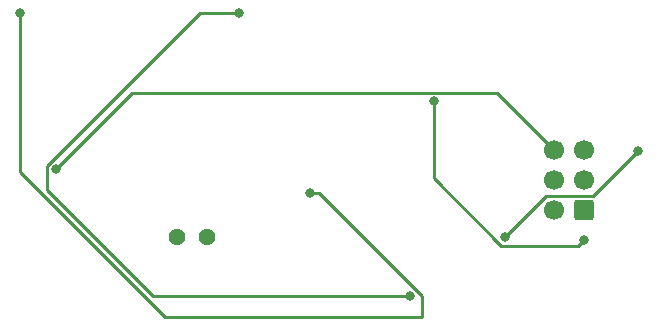
<source format=gbr>
%TF.GenerationSoftware,KiCad,Pcbnew,7.0.10*%
%TF.CreationDate,2024-11-01T14:14:09-04:00*%
%TF.ProjectId,pcb_v1,7063625f-7631-42e6-9b69-6361645f7063,rev?*%
%TF.SameCoordinates,Original*%
%TF.FileFunction,Copper,L4,Bot*%
%TF.FilePolarity,Positive*%
%FSLAX46Y46*%
G04 Gerber Fmt 4.6, Leading zero omitted, Abs format (unit mm)*
G04 Created by KiCad (PCBNEW 7.0.10) date 2024-11-01 14:14:09*
%MOMM*%
%LPD*%
G01*
G04 APERTURE LIST*
G04 Aperture macros list*
%AMRoundRect*
0 Rectangle with rounded corners*
0 $1 Rounding radius*
0 $2 $3 $4 $5 $6 $7 $8 $9 X,Y pos of 4 corners*
0 Add a 4 corners polygon primitive as box body*
4,1,4,$2,$3,$4,$5,$6,$7,$8,$9,$2,$3,0*
0 Add four circle primitives for the rounded corners*
1,1,$1+$1,$2,$3*
1,1,$1+$1,$4,$5*
1,1,$1+$1,$6,$7*
1,1,$1+$1,$8,$9*
0 Add four rect primitives between the rounded corners*
20,1,$1+$1,$2,$3,$4,$5,0*
20,1,$1+$1,$4,$5,$6,$7,0*
20,1,$1+$1,$6,$7,$8,$9,0*
20,1,$1+$1,$8,$9,$2,$3,0*%
G04 Aperture macros list end*
%TA.AperFunction,ComponentPad*%
%ADD10C,1.431000*%
%TD*%
%TA.AperFunction,ComponentPad*%
%ADD11RoundRect,0.250000X0.600000X0.600000X-0.600000X0.600000X-0.600000X-0.600000X0.600000X-0.600000X0*%
%TD*%
%TA.AperFunction,ComponentPad*%
%ADD12C,1.700000*%
%TD*%
%TA.AperFunction,ViaPad*%
%ADD13C,0.800000*%
%TD*%
%TA.AperFunction,Conductor*%
%ADD14C,0.250000*%
%TD*%
G04 APERTURE END LIST*
D10*
%TO.P,D1,1,K*%
%TO.N,GND*%
X123520000Y-120250000D03*
%TO.P,D1,2,A*%
%TO.N,Net-(D1-A)*%
X120980000Y-120250000D03*
%TD*%
D11*
%TO.P,J1,1,Pin_1*%
%TO.N,Net-(IC1-RXD0)*%
X155500000Y-118000000D03*
D12*
%TO.P,J1,2,Pin_2*%
%TO.N,Net-(IC1-TXD0)*%
X152960000Y-118000000D03*
%TO.P,J1,3,Pin_3*%
%TO.N,GND*%
X155500000Y-115460000D03*
%TO.P,J1,4,Pin_4*%
%TO.N,Net-(IC1-EN)*%
X152960000Y-115460000D03*
%TO.P,J1,5,Pin_5*%
%TO.N,Net-(IC1-IO0)*%
X155500000Y-112920000D03*
%TO.P,J1,6,Pin_6*%
%TO.N,Net-(IC3-VIN)*%
X152960000Y-112920000D03*
%TD*%
D13*
%TO.N,Net-(IC1-IO26)*%
X132250000Y-116500000D03*
X107750000Y-101250000D03*
%TO.N,Net-(IC2-GPIO8)*%
X126250000Y-101250000D03*
X140750000Y-125250000D03*
%TO.N,Net-(IC3-VIN)*%
X110750000Y-114500000D03*
%TO.N,Net-(IC1-IO0)*%
X160000000Y-113000000D03*
X148750000Y-120250000D03*
%TO.N,Net-(IC1-RXD0)*%
X155480000Y-120480000D03*
X142750000Y-108750000D03*
%TD*%
D14*
%TO.N,Net-(IC1-IO26)*%
X141750000Y-127000000D02*
X120000000Y-127000000D01*
X141750000Y-125224695D02*
X141750000Y-127000000D01*
X133025305Y-116500000D02*
X141750000Y-125224695D01*
X120000000Y-127000000D02*
X107750000Y-114750000D01*
X132250000Y-116500000D02*
X133025305Y-116500000D01*
X107750000Y-114750000D02*
X107750000Y-101250000D01*
%TO.N,Net-(IC2-GPIO8)*%
X119000000Y-125250000D02*
X140750000Y-125250000D01*
X110025000Y-116275000D02*
X119000000Y-125250000D01*
X110025000Y-114199695D02*
X110025000Y-116275000D01*
X122974695Y-101250000D02*
X110025000Y-114199695D01*
X126250000Y-101250000D02*
X122974695Y-101250000D01*
%TO.N,Net-(IC3-VIN)*%
X148065000Y-108025000D02*
X152960000Y-112920000D01*
X117225000Y-108025000D02*
X148065000Y-108025000D01*
X110750000Y-114500000D02*
X117225000Y-108025000D01*
%TO.N,Net-(IC1-IO0)*%
X156250000Y-116750000D02*
X152250000Y-116750000D01*
X152250000Y-116750000D02*
X148750000Y-120250000D01*
X160000000Y-113000000D02*
X156250000Y-116750000D01*
%TO.N,Net-(IC1-RXD0)*%
X155480000Y-120480000D02*
X154985000Y-120975000D01*
X148449695Y-120975000D02*
X142750000Y-115275305D01*
X142750000Y-115275305D02*
X142750000Y-108750000D01*
X154985000Y-120975000D02*
X148449695Y-120975000D01*
%TD*%
M02*

</source>
